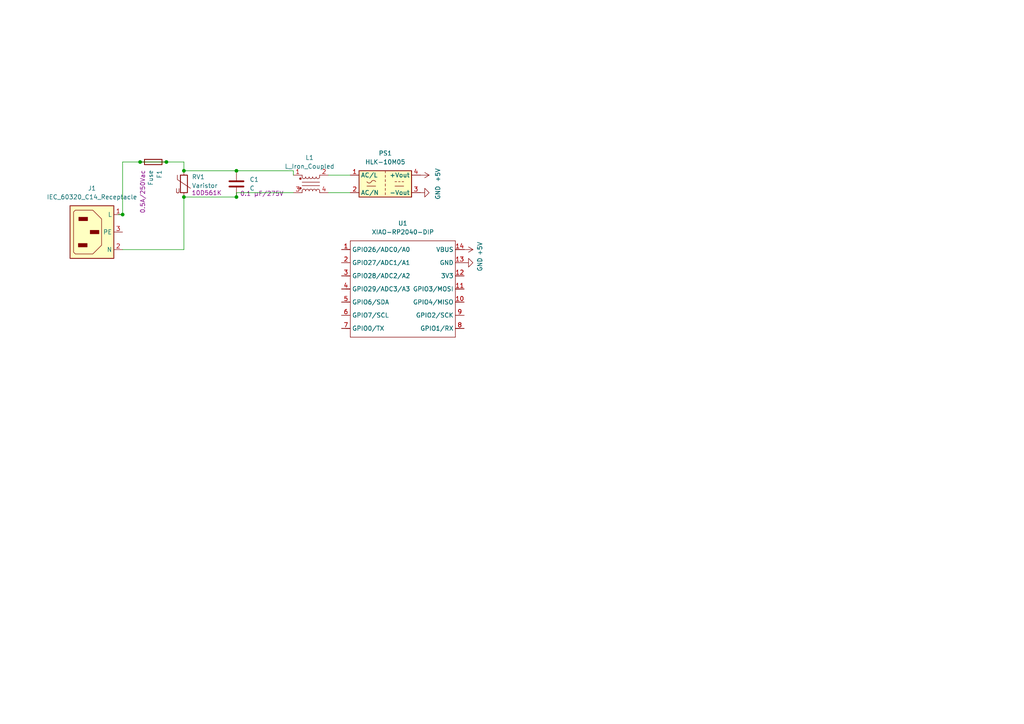
<source format=kicad_sch>
(kicad_sch (version 20250114) (generator "eeschema") (generator_version "9.0")
  (paper "A4")
  (lib_symbols
    (symbol "Connector:IEC_60320_C14_Receptacle"
      (property "Reference" "J" (at -5.842 8.636 0))
      (property "Value" "IEC_60320_C14_Receptacle" (at 0 -9.144 0))
      (symbol "IEC_60320_C14_Receptacle_1_1"
        (rectangle (start -6.35 7.62) (end 6.35 -7.62) (stroke (width 0.254)) (fill (type background)))
        (polyline (pts (xy -4.826 -6.35) (xy -5.334 -5.842) (xy -5.334 5.842) (xy -4.826 6.35) (xy 0.254 6.35) (xy 2.794 3.81) (xy 2.794 -3.81) (xy 0.254 -6.35) (xy -4.826 -6.35)) (fill (type background)))
        (rectangle (start -3.937 -3.302) (end -1.397 -4.318) (fill (type outline)))
        (rectangle (start -3.81 4.318) (end -1.27 3.302) (fill (type outline)))
        (rectangle (start -0.508 0.508) (end 2.032 -0.508) (fill (type outline)))
        (pin power_in line (at 8.89 5.08 180) (length 2.54) (name "L") (number "1"))
        (pin bidirectional line (at 8.89 0 180) (length 2.54) (name "PE") (number "3"))
        (pin power_in line (at 8.89 -5.08 180) (length 2.54) (name "N") (number "2"))
      )
    )
    (symbol "Converter_ACDC:HLK-10M05"
      (property "Reference" "PS" (at 0 5.08 0))
      (property "Value" "HLK-10M05" (at 0 -5.08 0))
      (symbol "HLK-10M05_0_1"
        (rectangle (start -7.62 3.81) (end 7.62 -3.81) (stroke (width 0.254)) (fill (type background)))
        (polyline (pts (xy -5.334 -0.635) (xy -2.794 -0.635)))
        (arc (start -4.064 0.635) (mid -4.699 0.2495) (end -5.334 0.635))
        (arc (start -4.064 0.635) (mid -3.429 1.0072) (end -2.794 0.635))
        (polyline (pts (xy 0 3.81) (xy 0 3.175)))
        (polyline (pts (xy 0 2.54) (xy 0 1.905)))
        (polyline (pts (xy 0 1.27) (xy 0 0.635)))
        (polyline (pts (xy 0 0) (xy 0 -0.635)))
        (polyline (pts (xy 0 -1.27) (xy 0 -1.905)))
        (polyline (pts (xy 0 -2.54) (xy 0 -3.175)))
        (polyline (pts (xy 2.794 0.635) (xy 3.302 0.635)))
        (polyline (pts (xy 2.794 -0.635) (xy 5.334 -0.635)))
        (polyline (pts (xy 3.81 0.635) (xy 4.318 0.635)))
        (polyline (pts (xy 4.826 0.635) (xy 5.334 0.635)))
      )
      (symbol "HLK-10M05_1_1"
        (pin power_in line (at -10.16 2.54 0) (length 2.54) (name "AC/L") (number "1"))
        (pin power_in line (at -10.16 -2.54 0) (length 2.54) (name "AC/N") (number "2"))
        (pin power_out line (at 10.16 2.54 180) (length 2.54) (name "+Vout") (number "4"))
        (pin power_out line (at 10.16 -2.54 180) (length 2.54) (name "-Vout") (number "3"))
      )
    )
    (symbol "Device:C" (pin_numbers (hide yes)) (pin_names (offset 0.254))
      (property "Reference" "C" (at 0.635 2.54 0))
      (property "Value" "C" (at 0.635 -2.54 0))
      (symbol "C_0_1"
        (polyline (pts (xy -2.032 0.762) (xy 2.032 0.762)) (stroke (width 0.508)))
        (polyline (pts (xy -2.032 -0.762) (xy 2.032 -0.762)) (stroke (width 0.508)))
      )
      (symbol "C_1_1"
        (pin passive line (at 0 3.81 270) (length 2.794) (name "~") (number "1"))
        (pin passive line (at 0 -3.81 90) (length 2.794) (name "~") (number "2"))
      )
    )
    (symbol "Device:Fuse" (pin_numbers (hide yes)) (pin_names (offset 0))
      (property "Reference" "F" (at 2.032 0 90))
      (property "Value" "Fuse" (at -1.905 0 90))
      (symbol "Fuse_0_1"
        (rectangle (start -0.762 -2.54) (end 0.762 2.54) (stroke (width 0.254)))
        (polyline (pts (xy 0 2.54) (xy 0 -2.54)))
      )
      (symbol "Fuse_1_1"
        (pin passive line (at 0 3.81 270) (length 1.27) (name "~") (number "1"))
        (pin passive line (at 0 -3.81 90) (length 1.27) (name "~") (number "2"))
      )
    )
    (symbol "Device:L_Iron_Coupled" (pin_names (offset 0.254) (hide yes))
      (property "Reference" "L" (at 0 4.445 0))
      (property "Value" "L_Iron_Coupled" (at 0 -4.445 0))
      (symbol "L_Iron_Coupled_0_1"
        (circle (center -3.048 1.524) (radius 0.254) (fill (type outline)))
        (circle (center -3.048 -1.27) (radius 0.254) (fill (type outline)))
        (polyline (pts (xy -2.54 2.032) (xy -2.54 2.54)))
        (polyline (pts (xy -2.54 0.508) (xy 2.54 0.508)))
        (polyline (pts (xy -2.54 -2.032) (xy -2.54 -2.54)))
        (arc (start -1.524 2.032) (mid -2.032 1.5262) (end -2.54 2.032))
        (arc (start -2.54 -2.032) (mid -2.032 -1.5262) (end -1.524 -2.032))
        (arc (start -0.508 2.032) (mid -1.016 1.5262) (end -1.524 2.032))
        (arc (start -1.524 -2.032) (mid -1.016 -1.5262) (end -0.508 -2.032))
        (arc (start 0.508 2.032) (mid 0 1.5262) (end -0.508 2.032))
        (arc (start -0.508 -2.032) (mid 0 -1.5262) (end 0.508 -2.032))
        (arc (start 1.524 2.032) (mid 1.016 1.5262) (end 0.508 2.032))
        (arc (start 0.508 -2.032) (mid 1.016 -1.5262) (end 1.524 -2.032))
        (arc (start 2.54 2.032) (mid 2.032 1.5262) (end 1.524 2.032))
        (arc (start 1.524 -2.032) (mid 2.032 -1.5262) (end 2.54 -2.032))
        (polyline (pts (xy 2.54 2.54) (xy 2.54 2.032)))
        (polyline (pts (xy 2.54 -0.508) (xy -2.54 -0.508)))
        (polyline (pts (xy 2.54 -2.032) (xy 2.54 -2.54)))
      )
      (symbol "L_Iron_Coupled_1_1"
        (pin passive line (at -5.08 2.54 0) (length 2.54) (name "1") (number "1"))
        (pin passive line (at -5.08 -2.54 0) (length 2.54) (name "3") (number "3"))
        (pin passive line (at 5.08 2.54 180) (length 2.54) (name "2") (number "2"))
        (pin passive line (at 5.08 -2.54 180) (length 2.54) (name "4") (number "4"))
      )
    )
    (symbol "Device:Varistor" (pin_numbers (hide yes)) (pin_names (offset 0))
      (property "Reference" "RV" (at 3.175 0 90))
      (property "Value" "Varistor" (at -3.175 0 90))
      (symbol "Varistor_0_0"
        (text "U" (at -1.778 -2.032 0) (effects (font (size 1.27 1.27))))
      )
      (symbol "Varistor_0_1"
        (polyline (pts (xy -1.905 2.54) (xy -1.905 1.27) (xy 1.905 -1.27)))
        (rectangle (start -1.016 -2.54) (end 1.016 2.54) (stroke (width 0.254)))
      )
      (symbol "Varistor_1_1"
        (pin passive line (at 0 3.81 270) (length 1.27) (name "~") (number "1"))
        (pin passive line (at 0 -3.81 90) (length 1.27) (name "~") (number "2"))
      )
    )
    (symbol "Seeed_Studio_XIAO_Series:XIAO-RP2040-DIP"
      (property "Reference" "U" (at 0 0 0))
      (property "Value" "XIAO-RP2040-DIP" (at 5.334 -1.778 0))
      (symbol "XIAO-RP2040-DIP_1_0"
        (polyline (pts (xy -1.27 -2.54) (xy 29.21 -2.54)) (stroke (width 0.1524)))
        (polyline (pts (xy -1.27 -5.08) (xy -2.54 -5.08)) (stroke (width 0.1524)))
        (polyline (pts (xy -1.27 -5.08) (xy -1.27 -2.54)) (stroke (width 0.1524)))
        (polyline (pts (xy -1.27 -8.89) (xy -2.54 -8.89)) (stroke (width 0.1524)))
        (polyline (pts (xy -1.27 -8.89) (xy -1.27 -5.08)) (stroke (width 0.1524)))
        (polyline (pts (xy -1.27 -12.7) (xy -2.54 -12.7)) (stroke (width 0.1524)))
        (polyline (pts (xy -1.27 -12.7) (xy -1.27 -8.89)) (stroke (width 0.1524)))
        (polyline (pts (xy -1.27 -16.51) (xy -2.54 -16.51)) (stroke (width 0.1524)))
        (polyline (pts (xy -1.27 -16.51) (xy -1.27 -12.7)) (stroke (width 0.1524)))
        (polyline (pts (xy -1.27 -20.32) (xy -2.54 -20.32)) (stroke (width 0.1524)))
        (polyline (pts (xy -1.27 -24.13) (xy -2.54 -24.13)) (stroke (width 0.1524)))
        (polyline (pts (xy -1.27 -27.94) (xy -2.54 -27.94)) (stroke (width 0.1524)))
        (polyline (pts (xy -1.27 -30.48) (xy -1.27 -16.51)) (stroke (width 0.1524)))
        (polyline (pts (xy 29.21 -2.54) (xy 29.21 -5.08)) (stroke (width 0.1524)))
        (polyline (pts (xy 29.21 -5.08) (xy 29.21 -8.89)) (stroke (width 0.1524)))
        (polyline (pts (xy 29.21 -8.89) (xy 29.21 -12.7)) (stroke (width 0.1524)))
        (polyline (pts (xy 29.21 -12.7) (xy 29.21 -30.48)) (stroke (width 0.1524)))
        (polyline (pts (xy 29.21 -30.48) (xy -1.27 -30.48)) (stroke (width 0.1524)))
        (polyline (pts (xy 30.48 -5.08) (xy 29.21 -5.08)) (stroke (width 0.1524)))
        (polyline (pts (xy 30.48 -8.89) (xy 29.21 -8.89)) (stroke (width 0.1524)))
        (polyline (pts (xy 30.48 -12.7) (xy 29.21 -12.7)) (stroke (width 0.1524)))
        (polyline (pts (xy 30.48 -16.51) (xy 29.21 -16.51)) (stroke (width 0.1524)))
        (polyline (pts (xy 30.48 -20.32) (xy 29.21 -20.32)) (stroke (width 0.1524)))
        (polyline (pts (xy 30.48 -24.13) (xy 29.21 -24.13)) (stroke (width 0.1524)))
        (polyline (pts (xy 30.48 -27.94) (xy 29.21 -27.94)) (stroke (width 0.1524)))
        (pin passive line (at -3.81 -5.08 0) (length 2.54) (name "GPIO26/ADC0/A0") (number "1"))
        (pin passive line (at -3.81 -8.89 0) (length 2.54) (name "GPIO27/ADC1/A1") (number "2"))
        (pin passive line (at -3.81 -12.7 0) (length 2.54) (name "GPIO28/ADC2/A2") (number "3"))
        (pin passive line (at -3.81 -16.51 0) (length 2.54) (name "GPIO29/ADC3/A3") (number "4"))
        (pin passive line (at -3.81 -20.32 0) (length 2.54) (name "GPIO6/SDA") (number "5"))
        (pin passive line (at -3.81 -24.13 0) (length 2.54) (name "GPIO7/SCL") (number "6"))
        (pin passive line (at -3.81 -27.94 0) (length 2.54) (name "GPIO0/TX") (number "7"))
        (pin passive line (at 31.75 -5.08 180) (length 2.54) (name "VBUS") (number "14"))
        (pin passive line (at 31.75 -8.89 180) (length 2.54) (name "GND") (number "13"))
        (pin passive line (at 31.75 -12.7 180) (length 2.54) (name "3V3") (number "12"))
        (pin passive line (at 31.75 -16.51 180) (length 2.54) (name "GPIO3/MOSI") (number "11"))
        (pin passive line (at 31.75 -20.32 180) (length 2.54) (name "GPIO4/MISO") (number "10"))
        (pin passive line (at 31.75 -24.13 180) (length 2.54) (name "GPIO2/SCK") (number "9"))
        (pin passive line (at 31.75 -27.94 180) (length 2.54) (name "GPIO1/RX") (number "8"))
      )
    )
    (symbol "power:+5V" (power) (pin_numbers (hide yes)) (pin_names (offset 0) (hide yes))
      (property "Value" "+5V" (at 0 3.556 0))
      (symbol "+5V_0_1"
        (polyline (pts (xy -0.762 1.27) (xy 0 2.54)))
        (polyline (pts (xy 0 2.54) (xy 0.762 1.27)))
        (polyline (pts (xy 0 0) (xy 0 2.54)))
      )
      (symbol "+5V_1_1"
        (pin power_in line (at 0 0 90) (length 0) (name "~") (number "1"))
      )
    )
    (symbol "power:GND" (power) (pin_numbers (hide yes)) (pin_names (offset 0) (hide yes))
      (property "Value" "GND" (at 0 -3.81 0))
      (symbol "GND_0_1"
        (polyline (pts (xy 0 0) (xy 0 -1.27) (xy 1.27 -1.27) (xy 0 -2.54) (xy -1.27 -1.27) (xy 0 -1.27)))
      )
      (symbol "GND_1_1"
        (pin power_in line (at 0 0 270) (length 0) (name "~") (number "1"))
      )
    )
  )
  (junction (at 53.34 49.53))
  (junction (at 48.26 46.99))
  (junction (at 35.56 62.23))
  (junction (at 68.58 57.15))
  (junction (at 53.34 57.15))
  (junction (at 68.58 49.53))
  (junction (at 40.64 46.99))
  (wire (pts (xy 40.64 46.99) (xy 35.56 46.99)))
  (wire (pts (xy 48.26 46.99) (xy 40.64 46.99)))
  (wire (pts (xy 53.34 49.53) (xy 68.58 49.53)))
  (wire (pts (xy 85.09 55.88) (xy 68.58 55.88)))
  (wire (pts (xy 68.58 55.88) (xy 68.58 57.15)))
  (wire (pts (xy 35.56 46.99) (xy 35.56 62.23)))
  (wire (pts (xy 53.34 46.99) (xy 53.34 49.53)))
  (wire (pts (xy 35.56 72.39) (xy 53.34 72.39)))
  (wire (pts (xy 95.25 55.88) (xy 101.6 55.88)))
  (wire (pts (xy 34.29 62.23) (xy 35.56 62.23)))
  (wire (pts (xy 53.34 57.15) (xy 68.58 57.15)))
  (wire (pts (xy 85.09 49.53) (xy 85.09 50.8)))
  (wire (pts (xy 95.25 50.8) (xy 101.6 50.8)))
  (wire (pts (xy 48.26 46.99) (xy 53.34 46.99)))
  (wire (pts (xy 53.34 72.39) (xy 53.34 57.15)))
  (wire (pts (xy 68.58 49.53) (xy 85.09 49.53)))
  (symbol (lib_id "power:GND") (at 121.92 55.88 90) (unit 1)
    (property "Reference" "#PWR04" (effects (hide yes)))
    (property "Value" "GND" (at 127 55.88 0))
    (property "Description" "Power symbol creates a global label with name \"GND\" , ground" (effects (hide yes)))
  )
  (symbol (lib_id "Connector:IEC_60320_C14_Receptacle") (at 26.67 67.31 0) (unit 1)
    (property "Reference" "J1" (at 26.67 54.61 0))
    (property "Value" "IEC_60320_C14_Receptacle" (at 26.67 57.15 0))
    (property "Description" "C14 Plug, 10A max" (effects (hide yes)))
  )
  (symbol (lib_id "Converter_ACDC:HLK-10M05") (at 111.76 53.34 0) (unit 1)
    (property "Reference" "PS1" (at 111.76 44.45 0))
    (property "Value" "HLK-10M05" (at 111.76 46.99 0))
    (property "Footprint" "Converter_ACDC:Converter_ACDC_Hi-Link_HLK-10Mxx" (effects (hide yes)))
    (property "Datasheet" "http://h.hlktech.com/download/ACDC%E7%94%B5%E6%BA%90%E6%A8%A1%E5%9D%9710W%E7%B3%BB%E5%88%97/1/%E6%B5%B7%E5%87%8C%E7%A7%9110W%E7%B3%BB%E5%88%97%E7%94%B5%E6%BA%90%E6%A8%A1%E5%9D%97%E8%A7%84%E6%A0%BC%E4%B9%A6V1.8.pdf" (effects (hide yes)))
    (property "Description" "Compact AC/DC board mount power module 10W 5V" (effects (hide yes)))
  )
  (symbol (lib_id "Device:C") (at 68.58 53.34 0) (unit 1)
    (property "Reference" "C1" (at 72.39 52.0699 0) (effects (justify left)))
    (property "Value" "C" (at 72.39 54.6099 0) (effects (justify left)))
    (property "Description" "Unpolarized capacitor" (effects (hide yes)))
    (property "Field5" "0.1 μF/275V" (at 75.946 56.134 0))
  )
  (symbol (lib_id "Device:Fuse") (at 44.45 46.99 270) (unit 1)
    (property "Reference" "F1" (at 46.2281 49.276 0) (effects (justify left)))
    (property "Value" "Fuse" (at 43.6881 49.276 0) (effects (justify left)))
    (property "Description" "Fuse" (effects (hide yes)))
    (property "Power stuff" "0.5A/250Vac" (at 41.402 49.276 0) (effects (justify left)))
  )
  (symbol (lib_id "Device:Varistor") (at 53.34 53.34 0) (unit 1)
    (property "Reference" "RV1" (at 55.626 51.308 0) (effects (justify left)))
    (property "Value" "Varistor" (at 55.626 53.848 0) (effects (justify left)))
    (property "Description" "Voltage dependent resistor" (effects (hide yes)))
    (property "Sim.Name" "kicad_builtin_varistor" (effects (hide yes)))
    (property "Sim.Device" "SUBCKT" (effects (hide yes)))
    (property "Sim.Pins" "1=A 2=B" (effects (hide yes)))
    (property "Sim.Params" "threshold=1k" (effects (hide yes)))
    (property "Sim.Library" "${KICAD9_SYMBOL_DIR}/Simulation_SPICE.sp" (effects (hide yes)))
    (property "Field10" "10D561K" (at 59.944 55.9408 0))
  )
  (symbol (lib_id "power:GND") (at 134.62 76.2 90) (unit 1)
    (property "Reference" "#PWR02" (effects (hide yes)))
    (property "Value" "GND" (at 139.192 76.708 0))
    (property "Description" "Power symbol creates a global label with name \"GND\" , ground" (effects (hide yes)))
  )
  (symbol (lib_id "power:+5V") (at 134.62 72.39 270) (unit 1)
    (property "Reference" "#PWR01" (effects (hide yes)))
    (property "Value" "+5V" (at 139.192 72.136 0))
    (property "Description" "Power symbol creates a global label with name \"+5V\"" (effects (hide yes)))
  )
  (symbol (lib_id "power:+5V") (at 121.92 50.8 270) (unit 1)
    (property "Reference" "#PWR03" (effects (hide yes)))
    (property "Value" "+5V" (at 127 50.8 0))
    (property "Description" "Power symbol creates a global label with name \"+5V\"" (effects (hide yes)))
  )
  (symbol (lib_id "Device:L_Iron_Coupled") (at 90.17 53.34 0) (unit 1)
    (property "Reference" "L1" (at 89.789 45.72 0))
    (property "Value" "L_Iron_Coupled" (at 89.789 48.26 0))
    (property "Description" "Coupled inductor with iron core" (effects (hide yes)))
  )
  (symbol (lib_id "Seeed_Studio_XIAO_Series:XIAO-RP2040-DIP") (at 102.87 67.31 0) (unit 1)
    (property "Reference" "U1" (at 116.84 64.77 0))
    (property "Value" "XIAO-RP2040-DIP" (at 116.84 67.31 0))
    (property "Footprint" "Module:MOUDLE14P-XIAO-DIP-SMD" (effects (hide yes)))
  )
)
</source>
